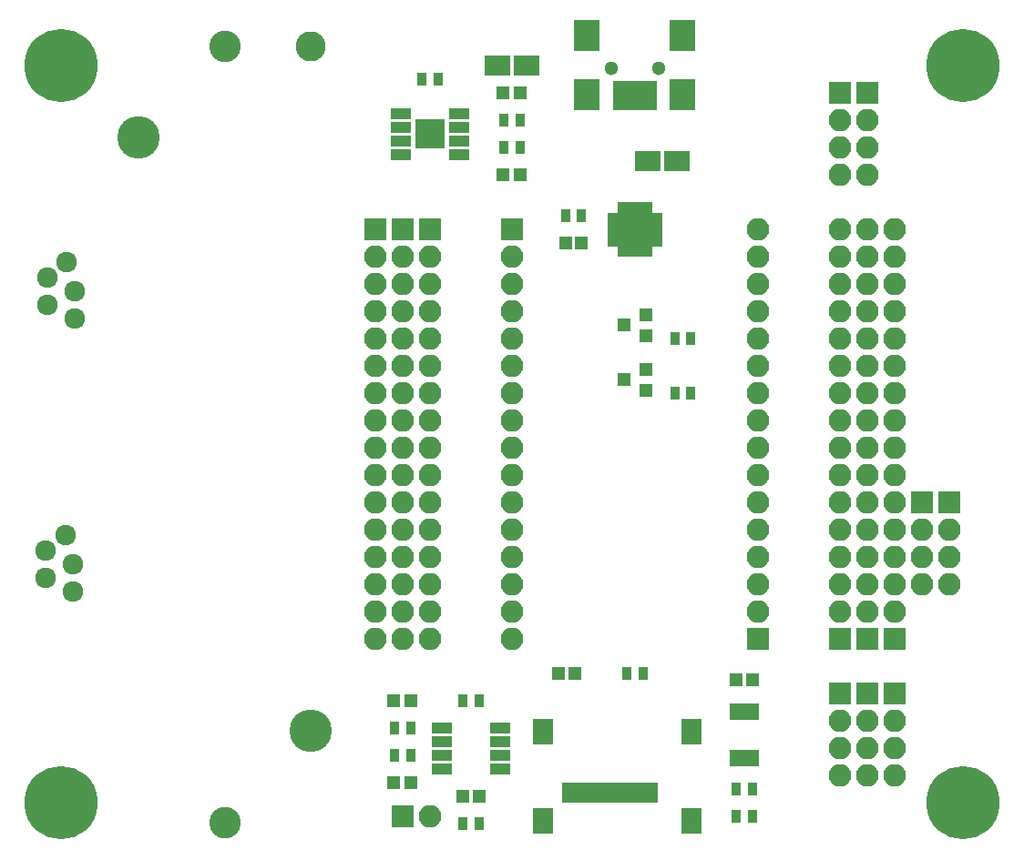
<source format=gbr>
G04 #@! TF.FileFunction,Soldermask,Top*
%FSLAX46Y46*%
G04 Gerber Fmt 4.6, Leading zero omitted, Abs format (unit mm)*
G04 Created by KiCad (PCBNEW 4.0.7) date 11/01/17 14:25:33*
%MOMM*%
%LPD*%
G01*
G04 APERTURE LIST*
%ADD10C,0.100000*%
%ADD11R,1.850000X2.400000*%
%ADD12R,1.200000X1.900000*%
%ADD13R,2.100000X2.100000*%
%ADD14O,2.100000X2.100000*%
%ADD15R,0.900000X2.700000*%
%ADD16R,2.400000X2.900000*%
%ADD17C,1.300000*%
%ADD18C,2.940000*%
%ADD19C,3.950000*%
%ADD20C,2.790000*%
%ADD21C,6.800000*%
%ADD22R,2.350000X1.900000*%
%ADD23R,1.200000X1.150000*%
%ADD24R,0.900000X1.300000*%
%ADD25R,1.250000X0.700000*%
%ADD26R,0.700000X1.250000*%
%ADD27R,1.700000X1.700000*%
%ADD28R,1.300000X1.200000*%
%ADD29R,1.200000X1.200000*%
%ADD30R,1.950000X1.000000*%
%ADD31R,1.575000X1.575000*%
%ADD32R,0.650000X1.500000*%
%ADD33C,1.924000*%
G04 APERTURE END LIST*
D10*
D11*
X171592000Y-133047500D03*
X157792000Y-133047500D03*
X157802000Y-141327500D03*
X171592000Y-141347500D03*
D12*
X163492000Y-138747500D03*
X162392000Y-138747500D03*
X160192000Y-138747500D03*
X161292000Y-138747500D03*
X167892000Y-138747500D03*
X166792000Y-138747500D03*
X165692000Y-138747500D03*
X164592000Y-138747500D03*
D13*
X177800000Y-124460000D03*
D14*
X177800000Y-121920000D03*
X177800000Y-119380000D03*
X177800000Y-116840000D03*
X177800000Y-114300000D03*
X177800000Y-111760000D03*
X177800000Y-109220000D03*
X177800000Y-106680000D03*
X177800000Y-104140000D03*
X177800000Y-101600000D03*
X177800000Y-99060000D03*
X177800000Y-96520000D03*
X177800000Y-93980000D03*
X177800000Y-91440000D03*
X177800000Y-88900000D03*
X177800000Y-86360000D03*
D13*
X154940000Y-86360000D03*
D14*
X154940000Y-88900000D03*
X154940000Y-91440000D03*
X154940000Y-93980000D03*
X154940000Y-96520000D03*
X154940000Y-99060000D03*
X154940000Y-101600000D03*
X154940000Y-104140000D03*
X154940000Y-106680000D03*
X154940000Y-109220000D03*
X154940000Y-111760000D03*
X154940000Y-114300000D03*
X154940000Y-116840000D03*
X154940000Y-119380000D03*
X154940000Y-121920000D03*
X154940000Y-124460000D03*
D13*
X147320000Y-86360000D03*
D14*
X147320000Y-88900000D03*
X147320000Y-91440000D03*
X147320000Y-93980000D03*
X147320000Y-96520000D03*
X147320000Y-99060000D03*
X147320000Y-101600000D03*
X147320000Y-104140000D03*
X147320000Y-106680000D03*
X147320000Y-109220000D03*
X147320000Y-111760000D03*
X147320000Y-114300000D03*
X147320000Y-116840000D03*
X147320000Y-119380000D03*
X147320000Y-121920000D03*
X147320000Y-124460000D03*
D13*
X185420000Y-124460000D03*
D14*
X185420000Y-121920000D03*
X185420000Y-119380000D03*
X185420000Y-116840000D03*
X185420000Y-114300000D03*
X185420000Y-111760000D03*
X185420000Y-109220000D03*
X185420000Y-106680000D03*
X185420000Y-104140000D03*
X185420000Y-101600000D03*
X185420000Y-99060000D03*
X185420000Y-96520000D03*
X185420000Y-93980000D03*
X185420000Y-91440000D03*
X185420000Y-88900000D03*
X185420000Y-86360000D03*
D13*
X144780000Y-86360000D03*
D14*
X144780000Y-88900000D03*
X144780000Y-91440000D03*
X144780000Y-93980000D03*
X144780000Y-96520000D03*
X144780000Y-99060000D03*
X144780000Y-101600000D03*
X144780000Y-104140000D03*
X144780000Y-106680000D03*
X144780000Y-109220000D03*
X144780000Y-111760000D03*
X144780000Y-114300000D03*
X144780000Y-116840000D03*
X144780000Y-119380000D03*
X144780000Y-121920000D03*
X144780000Y-124460000D03*
D13*
X187960000Y-124460000D03*
D14*
X187960000Y-121920000D03*
X187960000Y-119380000D03*
X187960000Y-116840000D03*
X187960000Y-114300000D03*
X187960000Y-111760000D03*
X187960000Y-109220000D03*
X187960000Y-106680000D03*
X187960000Y-104140000D03*
X187960000Y-101600000D03*
X187960000Y-99060000D03*
X187960000Y-96520000D03*
X187960000Y-93980000D03*
X187960000Y-91440000D03*
X187960000Y-88900000D03*
X187960000Y-86360000D03*
D13*
X142240000Y-86360000D03*
D14*
X142240000Y-88900000D03*
X142240000Y-91440000D03*
X142240000Y-93980000D03*
X142240000Y-96520000D03*
X142240000Y-99060000D03*
X142240000Y-101600000D03*
X142240000Y-104140000D03*
X142240000Y-106680000D03*
X142240000Y-109220000D03*
X142240000Y-111760000D03*
X142240000Y-114300000D03*
X142240000Y-116840000D03*
X142240000Y-119380000D03*
X142240000Y-121920000D03*
X142240000Y-124460000D03*
D13*
X190500000Y-124460000D03*
D14*
X190500000Y-121920000D03*
X190500000Y-119380000D03*
X190500000Y-116840000D03*
X190500000Y-114300000D03*
X190500000Y-111760000D03*
X190500000Y-109220000D03*
X190500000Y-106680000D03*
X190500000Y-104140000D03*
X190500000Y-101600000D03*
X190500000Y-99060000D03*
X190500000Y-96520000D03*
X190500000Y-93980000D03*
X190500000Y-91440000D03*
X190500000Y-88900000D03*
X190500000Y-86360000D03*
D15*
X167970000Y-73920000D03*
X167170000Y-73920000D03*
X166370000Y-73920000D03*
X165570000Y-73920000D03*
X164770000Y-73920000D03*
D16*
X170820000Y-73820000D03*
X170820000Y-68320000D03*
X161920000Y-73820000D03*
X161920000Y-68320000D03*
D17*
X168570000Y-71320000D03*
X164170000Y-71320000D03*
D18*
X128270000Y-141520000D03*
X128270000Y-69300000D03*
D19*
X136270000Y-133010000D03*
X120270000Y-77810000D03*
D20*
X136270000Y-69300000D03*
D21*
X113030000Y-71120000D03*
X196850000Y-71120000D03*
X113030000Y-139700000D03*
X196850000Y-139700000D03*
D22*
X167535000Y-80010000D03*
X170285000Y-80010000D03*
D23*
X159905000Y-87630000D03*
X161405000Y-87630000D03*
D24*
X161405000Y-85090000D03*
X159905000Y-85090000D03*
D25*
X168320000Y-87610000D03*
X168320000Y-87110000D03*
X168320000Y-86610000D03*
X168320000Y-86110000D03*
X168320000Y-85610000D03*
X168320000Y-85110000D03*
D26*
X167620000Y-84410000D03*
X167120000Y-84410000D03*
X166620000Y-84410000D03*
X166120000Y-84410000D03*
X165620000Y-84410000D03*
X165120000Y-84410000D03*
D25*
X164420000Y-85110000D03*
X164420000Y-85610000D03*
X164420000Y-86110000D03*
X164420000Y-86610000D03*
X164420000Y-87110000D03*
X164420000Y-87610000D03*
D26*
X165120000Y-88310000D03*
X165620000Y-88310000D03*
X166120000Y-88310000D03*
X166620000Y-88310000D03*
X167120000Y-88310000D03*
X167620000Y-88310000D03*
D27*
X165720000Y-85710000D03*
X165720000Y-87010000D03*
X167020000Y-85710000D03*
X167020000Y-87010000D03*
D28*
X167370000Y-96200000D03*
X167370000Y-94300000D03*
X165370000Y-95250000D03*
X167370000Y-101280000D03*
X167370000Y-99380000D03*
X165370000Y-100330000D03*
D24*
X170065000Y-96520000D03*
X171565000Y-96520000D03*
X170065000Y-101600000D03*
X171565000Y-101600000D03*
D22*
X153565000Y-71120000D03*
X156315000Y-71120000D03*
D29*
X155740000Y-73660000D03*
X154140000Y-73660000D03*
X155740000Y-81280000D03*
X154140000Y-81280000D03*
D24*
X146558000Y-72390000D03*
X148058000Y-72390000D03*
X155690000Y-76200000D03*
X154190000Y-76200000D03*
X155690000Y-78740000D03*
X154190000Y-78740000D03*
D30*
X144620000Y-75565000D03*
X144620000Y-76835000D03*
X144620000Y-78105000D03*
X144620000Y-79375000D03*
X150020000Y-79375000D03*
X150020000Y-78105000D03*
X150020000Y-76835000D03*
X150020000Y-75565000D03*
D31*
X147907500Y-78057500D03*
X147907500Y-76882500D03*
X146732500Y-78057500D03*
X146732500Y-76882500D03*
D23*
X151880000Y-139065000D03*
X150380000Y-139065000D03*
D29*
X145580000Y-130175000D03*
X143980000Y-130175000D03*
X145580000Y-137795000D03*
X143980000Y-137795000D03*
D24*
X145530000Y-132715000D03*
X144030000Y-132715000D03*
X144030000Y-135255000D03*
X145530000Y-135255000D03*
X150380000Y-130175000D03*
X151880000Y-130175000D03*
X150380000Y-141605000D03*
X151880000Y-141605000D03*
D13*
X144780000Y-140970000D03*
D14*
X147320000Y-140970000D03*
D30*
X148430000Y-132715000D03*
X148430000Y-133985000D03*
X148430000Y-135255000D03*
X148430000Y-136525000D03*
X153830000Y-136525000D03*
X153830000Y-135255000D03*
X153830000Y-133985000D03*
X153830000Y-132715000D03*
D23*
X160770000Y-127635000D03*
X159270000Y-127635000D03*
D24*
X165620000Y-127635000D03*
X167120000Y-127635000D03*
D23*
X177280000Y-128270000D03*
X175780000Y-128270000D03*
D13*
X185420000Y-129540000D03*
D14*
X185420000Y-132080000D03*
X185420000Y-134620000D03*
X185420000Y-137160000D03*
D13*
X187960000Y-129540000D03*
D14*
X187960000Y-132080000D03*
X187960000Y-134620000D03*
X187960000Y-137160000D03*
D13*
X190500000Y-129540000D03*
D14*
X190500000Y-132080000D03*
X190500000Y-134620000D03*
X190500000Y-137160000D03*
D24*
X175780000Y-138430000D03*
X177280000Y-138430000D03*
X175780000Y-140970000D03*
X177280000Y-140970000D03*
D32*
X175530000Y-135500000D03*
X176030000Y-135500000D03*
X176530000Y-135500000D03*
X177030000Y-135500000D03*
X177530000Y-135500000D03*
X177530000Y-131200000D03*
X177030000Y-131200000D03*
X176530000Y-131200000D03*
X176030000Y-131200000D03*
X175530000Y-131200000D03*
D33*
X111760000Y-90805000D03*
X114300000Y-92075000D03*
X111760000Y-93345000D03*
X114300000Y-94615000D03*
X113563400Y-89408000D03*
D13*
X185420000Y-73660000D03*
D14*
X185420000Y-76200000D03*
X185420000Y-78740000D03*
X185420000Y-81280000D03*
D13*
X187960000Y-73660000D03*
D14*
X187960000Y-76200000D03*
X187960000Y-78740000D03*
X187960000Y-81280000D03*
D33*
X111633000Y-116205000D03*
X114173000Y-117475000D03*
X111633000Y-118745000D03*
X114173000Y-120015000D03*
X113436400Y-114808000D03*
D13*
X193040000Y-111760000D03*
D14*
X193040000Y-114300000D03*
X193040000Y-116840000D03*
X193040000Y-119380000D03*
D13*
X195580000Y-111760000D03*
D14*
X195580000Y-114300000D03*
X195580000Y-116840000D03*
X195580000Y-119380000D03*
M02*

</source>
